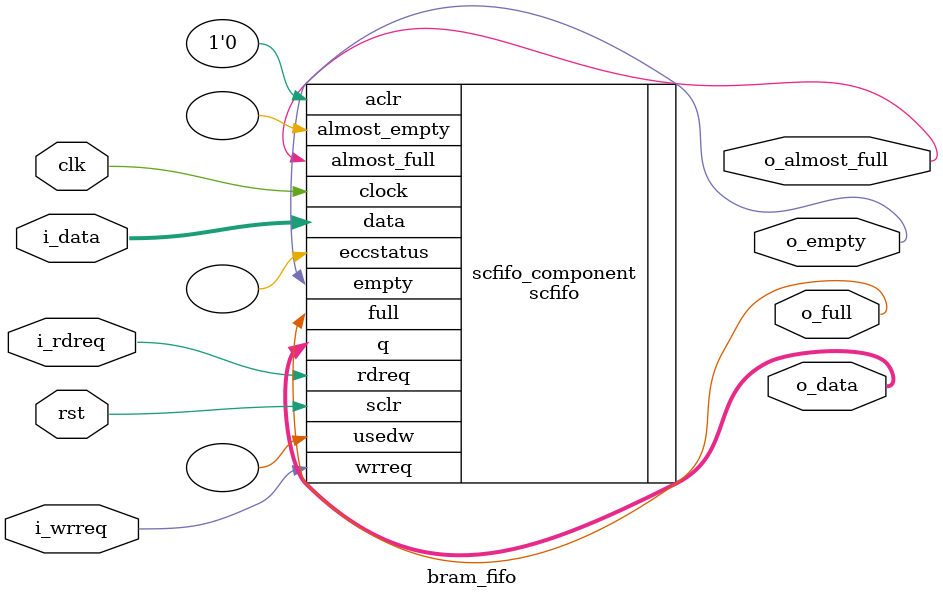
<source format=sv>
module bram_fifo # (
	parameter WIDTH = 32,
	parameter DEPTH = 64,
	parameter ALMOST_FULL_VALUE = 1
)(
	input clk,
	input rst,
	input [WIDTH-1:0] i_data,
	input i_rdreq,
	input i_wrreq,
	output o_almost_full,
	output o_empty,
	output o_full,
	output [WIDTH-1:0] o_data
);

scfifo scfifo_component (
	.clock(clk),
	.data(i_data),
	.rdreq(i_rdreq),
	.sclr(rst),
	.wrreq(i_wrreq),
	.almost_full(o_almost_full),
	.empty(o_empty),
	.full(o_full),
	.q(o_data),
	.aclr(1'b0),
	.almost_empty(),
	.eccstatus(),
	.usedw()
);

defparam
	scfifo_component.add_ram_output_register  = "ON",
	scfifo_component.almost_full_value  = ALMOST_FULL_VALUE,
	scfifo_component.enable_ecc  = "FALSE",
	scfifo_component.intended_device_family  = "Agilex",
	scfifo_component.lpm_hint  = "RAM_BLOCK_TYPE=M20K,MAXIMUM_DEPTH=512",
	scfifo_component.lpm_numwords  = DEPTH,
	scfifo_component.lpm_showahead  = "ON",
	scfifo_component.lpm_type  = "scfifo",
	scfifo_component.lpm_width  = WIDTH,
	scfifo_component.lpm_widthu  = $clog2(DEPTH),
	scfifo_component.overflow_checking  = "OFF",
	scfifo_component.underflow_checking  = "OFF",
	scfifo_component.use_eab  = "ON";

endmodule
</source>
